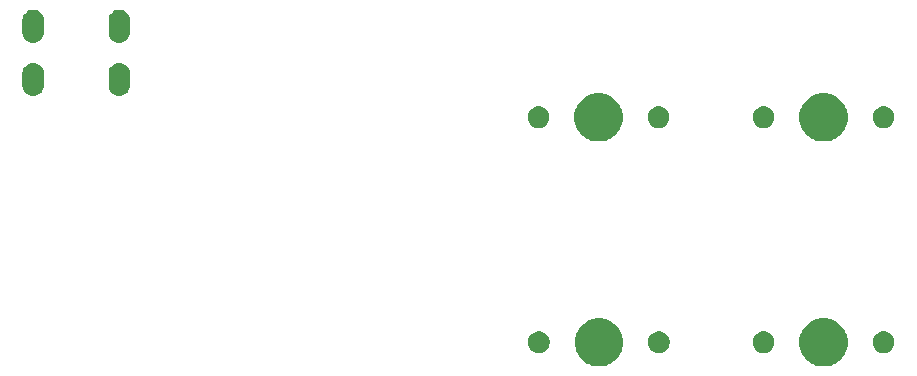
<source format=gbr>
G04 #@! TF.GenerationSoftware,KiCad,Pcbnew,(5.1.4)-1*
G04 #@! TF.CreationDate,2021-05-04T15:53:45+02:00*
G04 #@! TF.ProjectId,techo,74656368-6f2e-46b6-9963-61645f706362,rev?*
G04 #@! TF.SameCoordinates,Original*
G04 #@! TF.FileFunction,Soldermask,Top*
G04 #@! TF.FilePolarity,Negative*
%FSLAX46Y46*%
G04 Gerber Fmt 4.6, Leading zero omitted, Abs format (unit mm)*
G04 Created by KiCad (PCBNEW (5.1.4)-1) date 2021-05-04 15:53:45*
%MOMM*%
%LPD*%
G04 APERTURE LIST*
%ADD10C,0.100000*%
G04 APERTURE END LIST*
D10*
G36*
X107784474Y-58358684D02*
G01*
X108002474Y-58448983D01*
X108156623Y-58512833D01*
X108491548Y-58736623D01*
X108776377Y-59021452D01*
X109000167Y-59356377D01*
X109032562Y-59434586D01*
X109154316Y-59728526D01*
X109232900Y-60123594D01*
X109232900Y-60526406D01*
X109154316Y-60921474D01*
X109103451Y-61044272D01*
X109000167Y-61293623D01*
X108776377Y-61628548D01*
X108491548Y-61913377D01*
X108156623Y-62137167D01*
X108002474Y-62201017D01*
X107784474Y-62291316D01*
X107389406Y-62369900D01*
X106986594Y-62369900D01*
X106591526Y-62291316D01*
X106373526Y-62201017D01*
X106219377Y-62137167D01*
X105884452Y-61913377D01*
X105599623Y-61628548D01*
X105375833Y-61293623D01*
X105272549Y-61044272D01*
X105221684Y-60921474D01*
X105143100Y-60526406D01*
X105143100Y-60123594D01*
X105221684Y-59728526D01*
X105343438Y-59434586D01*
X105375833Y-59356377D01*
X105599623Y-59021452D01*
X105884452Y-58736623D01*
X106219377Y-58512833D01*
X106373526Y-58448983D01*
X106591526Y-58358684D01*
X106986594Y-58280100D01*
X107389406Y-58280100D01*
X107784474Y-58358684D01*
X107784474Y-58358684D01*
G37*
G36*
X126802724Y-58358684D02*
G01*
X127020724Y-58448983D01*
X127174873Y-58512833D01*
X127509798Y-58736623D01*
X127794627Y-59021452D01*
X128018417Y-59356377D01*
X128050812Y-59434586D01*
X128172566Y-59728526D01*
X128251150Y-60123594D01*
X128251150Y-60526406D01*
X128172566Y-60921474D01*
X128121701Y-61044272D01*
X128018417Y-61293623D01*
X127794627Y-61628548D01*
X127509798Y-61913377D01*
X127174873Y-62137167D01*
X127020724Y-62201017D01*
X126802724Y-62291316D01*
X126407656Y-62369900D01*
X126004844Y-62369900D01*
X125609776Y-62291316D01*
X125391776Y-62201017D01*
X125237627Y-62137167D01*
X124902702Y-61913377D01*
X124617873Y-61628548D01*
X124394083Y-61293623D01*
X124290799Y-61044272D01*
X124239934Y-60921474D01*
X124161350Y-60526406D01*
X124161350Y-60123594D01*
X124239934Y-59728526D01*
X124361688Y-59434586D01*
X124394083Y-59356377D01*
X124617873Y-59021452D01*
X124902702Y-58736623D01*
X125237627Y-58512833D01*
X125391776Y-58448983D01*
X125609776Y-58358684D01*
X126004844Y-58280100D01*
X126407656Y-58280100D01*
X126802724Y-58358684D01*
X126802724Y-58358684D01*
G37*
G36*
X131556354Y-59434585D02*
G01*
X131724876Y-59504389D01*
X131876541Y-59605728D01*
X132005522Y-59734709D01*
X132106861Y-59886374D01*
X132176665Y-60054896D01*
X132212250Y-60233797D01*
X132212250Y-60416203D01*
X132176665Y-60595104D01*
X132106861Y-60763626D01*
X132005522Y-60915291D01*
X131876541Y-61044272D01*
X131724876Y-61145611D01*
X131556354Y-61215415D01*
X131377453Y-61251000D01*
X131195047Y-61251000D01*
X131016146Y-61215415D01*
X130847624Y-61145611D01*
X130695959Y-61044272D01*
X130566978Y-60915291D01*
X130465639Y-60763626D01*
X130395835Y-60595104D01*
X130360250Y-60416203D01*
X130360250Y-60233797D01*
X130395835Y-60054896D01*
X130465639Y-59886374D01*
X130566978Y-59734709D01*
X130695959Y-59605728D01*
X130847624Y-59504389D01*
X131016146Y-59434585D01*
X131195047Y-59399000D01*
X131377453Y-59399000D01*
X131556354Y-59434585D01*
X131556354Y-59434585D01*
G37*
G36*
X121396354Y-59434585D02*
G01*
X121564876Y-59504389D01*
X121716541Y-59605728D01*
X121845522Y-59734709D01*
X121946861Y-59886374D01*
X122016665Y-60054896D01*
X122052250Y-60233797D01*
X122052250Y-60416203D01*
X122016665Y-60595104D01*
X121946861Y-60763626D01*
X121845522Y-60915291D01*
X121716541Y-61044272D01*
X121564876Y-61145611D01*
X121396354Y-61215415D01*
X121217453Y-61251000D01*
X121035047Y-61251000D01*
X120856146Y-61215415D01*
X120687624Y-61145611D01*
X120535959Y-61044272D01*
X120406978Y-60915291D01*
X120305639Y-60763626D01*
X120235835Y-60595104D01*
X120200250Y-60416203D01*
X120200250Y-60233797D01*
X120235835Y-60054896D01*
X120305639Y-59886374D01*
X120406978Y-59734709D01*
X120535959Y-59605728D01*
X120687624Y-59504389D01*
X120856146Y-59434585D01*
X121035047Y-59399000D01*
X121217453Y-59399000D01*
X121396354Y-59434585D01*
X121396354Y-59434585D01*
G37*
G36*
X112538104Y-59434585D02*
G01*
X112706626Y-59504389D01*
X112858291Y-59605728D01*
X112987272Y-59734709D01*
X113088611Y-59886374D01*
X113158415Y-60054896D01*
X113194000Y-60233797D01*
X113194000Y-60416203D01*
X113158415Y-60595104D01*
X113088611Y-60763626D01*
X112987272Y-60915291D01*
X112858291Y-61044272D01*
X112706626Y-61145611D01*
X112538104Y-61215415D01*
X112359203Y-61251000D01*
X112176797Y-61251000D01*
X111997896Y-61215415D01*
X111829374Y-61145611D01*
X111677709Y-61044272D01*
X111548728Y-60915291D01*
X111447389Y-60763626D01*
X111377585Y-60595104D01*
X111342000Y-60416203D01*
X111342000Y-60233797D01*
X111377585Y-60054896D01*
X111447389Y-59886374D01*
X111548728Y-59734709D01*
X111677709Y-59605728D01*
X111829374Y-59504389D01*
X111997896Y-59434585D01*
X112176797Y-59399000D01*
X112359203Y-59399000D01*
X112538104Y-59434585D01*
X112538104Y-59434585D01*
G37*
G36*
X102378104Y-59434585D02*
G01*
X102546626Y-59504389D01*
X102698291Y-59605728D01*
X102827272Y-59734709D01*
X102928611Y-59886374D01*
X102998415Y-60054896D01*
X103034000Y-60233797D01*
X103034000Y-60416203D01*
X102998415Y-60595104D01*
X102928611Y-60763626D01*
X102827272Y-60915291D01*
X102698291Y-61044272D01*
X102546626Y-61145611D01*
X102378104Y-61215415D01*
X102199203Y-61251000D01*
X102016797Y-61251000D01*
X101837896Y-61215415D01*
X101669374Y-61145611D01*
X101517709Y-61044272D01*
X101388728Y-60915291D01*
X101287389Y-60763626D01*
X101217585Y-60595104D01*
X101182000Y-60416203D01*
X101182000Y-60233797D01*
X101217585Y-60054896D01*
X101287389Y-59886374D01*
X101388728Y-59734709D01*
X101517709Y-59605728D01*
X101669374Y-59504389D01*
X101837896Y-59434585D01*
X102016797Y-59399000D01*
X102199203Y-59399000D01*
X102378104Y-59434585D01*
X102378104Y-59434585D01*
G37*
G36*
X107752724Y-39308684D02*
G01*
X107964590Y-39396442D01*
X108124873Y-39462833D01*
X108459798Y-39686623D01*
X108744627Y-39971452D01*
X108968417Y-40306377D01*
X109000812Y-40384586D01*
X109122566Y-40678526D01*
X109201150Y-41073594D01*
X109201150Y-41476406D01*
X109122566Y-41871474D01*
X109071701Y-41994272D01*
X108968417Y-42243623D01*
X108744627Y-42578548D01*
X108459798Y-42863377D01*
X108124873Y-43087167D01*
X107970724Y-43151017D01*
X107752724Y-43241316D01*
X107357656Y-43319900D01*
X106954844Y-43319900D01*
X106559776Y-43241316D01*
X106341776Y-43151017D01*
X106187627Y-43087167D01*
X105852702Y-42863377D01*
X105567873Y-42578548D01*
X105344083Y-42243623D01*
X105240799Y-41994272D01*
X105189934Y-41871474D01*
X105111350Y-41476406D01*
X105111350Y-41073594D01*
X105189934Y-40678526D01*
X105311688Y-40384586D01*
X105344083Y-40306377D01*
X105567873Y-39971452D01*
X105852702Y-39686623D01*
X106187627Y-39462833D01*
X106347910Y-39396442D01*
X106559776Y-39308684D01*
X106954844Y-39230100D01*
X107357656Y-39230100D01*
X107752724Y-39308684D01*
X107752724Y-39308684D01*
G37*
G36*
X126802724Y-39308684D02*
G01*
X127014590Y-39396442D01*
X127174873Y-39462833D01*
X127509798Y-39686623D01*
X127794627Y-39971452D01*
X128018417Y-40306377D01*
X128050812Y-40384586D01*
X128172566Y-40678526D01*
X128251150Y-41073594D01*
X128251150Y-41476406D01*
X128172566Y-41871474D01*
X128121701Y-41994272D01*
X128018417Y-42243623D01*
X127794627Y-42578548D01*
X127509798Y-42863377D01*
X127174873Y-43087167D01*
X127020724Y-43151017D01*
X126802724Y-43241316D01*
X126407656Y-43319900D01*
X126004844Y-43319900D01*
X125609776Y-43241316D01*
X125391776Y-43151017D01*
X125237627Y-43087167D01*
X124902702Y-42863377D01*
X124617873Y-42578548D01*
X124394083Y-42243623D01*
X124290799Y-41994272D01*
X124239934Y-41871474D01*
X124161350Y-41476406D01*
X124161350Y-41073594D01*
X124239934Y-40678526D01*
X124361688Y-40384586D01*
X124394083Y-40306377D01*
X124617873Y-39971452D01*
X124902702Y-39686623D01*
X125237627Y-39462833D01*
X125397910Y-39396442D01*
X125609776Y-39308684D01*
X126004844Y-39230100D01*
X126407656Y-39230100D01*
X126802724Y-39308684D01*
X126802724Y-39308684D01*
G37*
G36*
X112506354Y-40384585D02*
G01*
X112674876Y-40454389D01*
X112826541Y-40555728D01*
X112955522Y-40684709D01*
X113056861Y-40836374D01*
X113126665Y-41004896D01*
X113162250Y-41183797D01*
X113162250Y-41366203D01*
X113126665Y-41545104D01*
X113056861Y-41713626D01*
X112955522Y-41865291D01*
X112826541Y-41994272D01*
X112674876Y-42095611D01*
X112506354Y-42165415D01*
X112327453Y-42201000D01*
X112145047Y-42201000D01*
X111966146Y-42165415D01*
X111797624Y-42095611D01*
X111645959Y-41994272D01*
X111516978Y-41865291D01*
X111415639Y-41713626D01*
X111345835Y-41545104D01*
X111310250Y-41366203D01*
X111310250Y-41183797D01*
X111345835Y-41004896D01*
X111415639Y-40836374D01*
X111516978Y-40684709D01*
X111645959Y-40555728D01*
X111797624Y-40454389D01*
X111966146Y-40384585D01*
X112145047Y-40349000D01*
X112327453Y-40349000D01*
X112506354Y-40384585D01*
X112506354Y-40384585D01*
G37*
G36*
X102346354Y-40384585D02*
G01*
X102514876Y-40454389D01*
X102666541Y-40555728D01*
X102795522Y-40684709D01*
X102896861Y-40836374D01*
X102966665Y-41004896D01*
X103002250Y-41183797D01*
X103002250Y-41366203D01*
X102966665Y-41545104D01*
X102896861Y-41713626D01*
X102795522Y-41865291D01*
X102666541Y-41994272D01*
X102514876Y-42095611D01*
X102346354Y-42165415D01*
X102167453Y-42201000D01*
X101985047Y-42201000D01*
X101806146Y-42165415D01*
X101637624Y-42095611D01*
X101485959Y-41994272D01*
X101356978Y-41865291D01*
X101255639Y-41713626D01*
X101185835Y-41545104D01*
X101150250Y-41366203D01*
X101150250Y-41183797D01*
X101185835Y-41004896D01*
X101255639Y-40836374D01*
X101356978Y-40684709D01*
X101485959Y-40555728D01*
X101637624Y-40454389D01*
X101806146Y-40384585D01*
X101985047Y-40349000D01*
X102167453Y-40349000D01*
X102346354Y-40384585D01*
X102346354Y-40384585D01*
G37*
G36*
X121396354Y-40384585D02*
G01*
X121564876Y-40454389D01*
X121716541Y-40555728D01*
X121845522Y-40684709D01*
X121946861Y-40836374D01*
X122016665Y-41004896D01*
X122052250Y-41183797D01*
X122052250Y-41366203D01*
X122016665Y-41545104D01*
X121946861Y-41713626D01*
X121845522Y-41865291D01*
X121716541Y-41994272D01*
X121564876Y-42095611D01*
X121396354Y-42165415D01*
X121217453Y-42201000D01*
X121035047Y-42201000D01*
X120856146Y-42165415D01*
X120687624Y-42095611D01*
X120535959Y-41994272D01*
X120406978Y-41865291D01*
X120305639Y-41713626D01*
X120235835Y-41545104D01*
X120200250Y-41366203D01*
X120200250Y-41183797D01*
X120235835Y-41004896D01*
X120305639Y-40836374D01*
X120406978Y-40684709D01*
X120535959Y-40555728D01*
X120687624Y-40454389D01*
X120856146Y-40384585D01*
X121035047Y-40349000D01*
X121217453Y-40349000D01*
X121396354Y-40384585D01*
X121396354Y-40384585D01*
G37*
G36*
X131556354Y-40384585D02*
G01*
X131724876Y-40454389D01*
X131876541Y-40555728D01*
X132005522Y-40684709D01*
X132106861Y-40836374D01*
X132176665Y-41004896D01*
X132212250Y-41183797D01*
X132212250Y-41366203D01*
X132176665Y-41545104D01*
X132106861Y-41713626D01*
X132005522Y-41865291D01*
X131876541Y-41994272D01*
X131724876Y-42095611D01*
X131556354Y-42165415D01*
X131377453Y-42201000D01*
X131195047Y-42201000D01*
X131016146Y-42165415D01*
X130847624Y-42095611D01*
X130695959Y-41994272D01*
X130566978Y-41865291D01*
X130465639Y-41713626D01*
X130395835Y-41545104D01*
X130360250Y-41366203D01*
X130360250Y-41183797D01*
X130395835Y-41004896D01*
X130465639Y-40836374D01*
X130566978Y-40684709D01*
X130695959Y-40555728D01*
X130847624Y-40454389D01*
X131016146Y-40384585D01*
X131195047Y-40349000D01*
X131377453Y-40349000D01*
X131556354Y-40384585D01*
X131556354Y-40384585D01*
G37*
G36*
X59456627Y-36672037D02*
G01*
X59626466Y-36723557D01*
X59782991Y-36807222D01*
X59818729Y-36836552D01*
X59920186Y-36919814D01*
X60003448Y-37021271D01*
X60032778Y-37057009D01*
X60116443Y-37213534D01*
X60167963Y-37383373D01*
X60181000Y-37515742D01*
X60181000Y-38604258D01*
X60167963Y-38736627D01*
X60116443Y-38906466D01*
X60032778Y-39062991D01*
X60003448Y-39098729D01*
X59920186Y-39200186D01*
X59782989Y-39312779D01*
X59626467Y-39396442D01*
X59626465Y-39396443D01*
X59456626Y-39447963D01*
X59280000Y-39465359D01*
X59103373Y-39447963D01*
X58933534Y-39396443D01*
X58777009Y-39312778D01*
X58741271Y-39283448D01*
X58639814Y-39200186D01*
X58527221Y-39062989D01*
X58443558Y-38906467D01*
X58443557Y-38906465D01*
X58392037Y-38736626D01*
X58379000Y-38604257D01*
X58379001Y-37515742D01*
X58392038Y-37383373D01*
X58443558Y-37213534D01*
X58527223Y-37057009D01*
X58556553Y-37021271D01*
X58639815Y-36919814D01*
X58741272Y-36836552D01*
X58777010Y-36807222D01*
X58933535Y-36723557D01*
X59103374Y-36672037D01*
X59280000Y-36654641D01*
X59456627Y-36672037D01*
X59456627Y-36672037D01*
G37*
G36*
X66756627Y-36672037D02*
G01*
X66926466Y-36723557D01*
X67082991Y-36807222D01*
X67118729Y-36836552D01*
X67220186Y-36919814D01*
X67303448Y-37021271D01*
X67332778Y-37057009D01*
X67416443Y-37213534D01*
X67467963Y-37383373D01*
X67481000Y-37515742D01*
X67481000Y-38604258D01*
X67467963Y-38736627D01*
X67416443Y-38906466D01*
X67332778Y-39062991D01*
X67303448Y-39098729D01*
X67220186Y-39200186D01*
X67082989Y-39312779D01*
X66926467Y-39396442D01*
X66926465Y-39396443D01*
X66756626Y-39447963D01*
X66580000Y-39465359D01*
X66403373Y-39447963D01*
X66233534Y-39396443D01*
X66077009Y-39312778D01*
X66041271Y-39283448D01*
X65939814Y-39200186D01*
X65827221Y-39062989D01*
X65743558Y-38906467D01*
X65743557Y-38906465D01*
X65692037Y-38736626D01*
X65679000Y-38604257D01*
X65679001Y-37515742D01*
X65692038Y-37383373D01*
X65743558Y-37213534D01*
X65827223Y-37057009D01*
X65856553Y-37021271D01*
X65939815Y-36919814D01*
X66041272Y-36836552D01*
X66077010Y-36807222D01*
X66233535Y-36723557D01*
X66403374Y-36672037D01*
X66580000Y-36654641D01*
X66756627Y-36672037D01*
X66756627Y-36672037D01*
G37*
G36*
X59456627Y-32172037D02*
G01*
X59626466Y-32223557D01*
X59782991Y-32307222D01*
X59818729Y-32336552D01*
X59920186Y-32419814D01*
X60003448Y-32521271D01*
X60032778Y-32557009D01*
X60116443Y-32713534D01*
X60167963Y-32883373D01*
X60181000Y-33015742D01*
X60181000Y-34104258D01*
X60167963Y-34236627D01*
X60116443Y-34406466D01*
X60032778Y-34562991D01*
X60003448Y-34598729D01*
X59920186Y-34700186D01*
X59782989Y-34812779D01*
X59626467Y-34896442D01*
X59626465Y-34896443D01*
X59456626Y-34947963D01*
X59280000Y-34965359D01*
X59103373Y-34947963D01*
X58933534Y-34896443D01*
X58777009Y-34812778D01*
X58741271Y-34783448D01*
X58639814Y-34700186D01*
X58527221Y-34562989D01*
X58443558Y-34406467D01*
X58443557Y-34406465D01*
X58392037Y-34236626D01*
X58379000Y-34104257D01*
X58379001Y-33015742D01*
X58392038Y-32883373D01*
X58443558Y-32713534D01*
X58527223Y-32557009D01*
X58556553Y-32521271D01*
X58639815Y-32419814D01*
X58741272Y-32336552D01*
X58777010Y-32307222D01*
X58933535Y-32223557D01*
X59103374Y-32172037D01*
X59280000Y-32154641D01*
X59456627Y-32172037D01*
X59456627Y-32172037D01*
G37*
G36*
X66756627Y-32172037D02*
G01*
X66926466Y-32223557D01*
X67082991Y-32307222D01*
X67118729Y-32336552D01*
X67220186Y-32419814D01*
X67303448Y-32521271D01*
X67332778Y-32557009D01*
X67416443Y-32713534D01*
X67467963Y-32883373D01*
X67481000Y-33015742D01*
X67481000Y-34104258D01*
X67467963Y-34236627D01*
X67416443Y-34406466D01*
X67332778Y-34562991D01*
X67303448Y-34598729D01*
X67220186Y-34700186D01*
X67082989Y-34812779D01*
X66926467Y-34896442D01*
X66926465Y-34896443D01*
X66756626Y-34947963D01*
X66580000Y-34965359D01*
X66403373Y-34947963D01*
X66233534Y-34896443D01*
X66077009Y-34812778D01*
X66041271Y-34783448D01*
X65939814Y-34700186D01*
X65827221Y-34562989D01*
X65743558Y-34406467D01*
X65743557Y-34406465D01*
X65692037Y-34236626D01*
X65679000Y-34104257D01*
X65679001Y-33015742D01*
X65692038Y-32883373D01*
X65743558Y-32713534D01*
X65827223Y-32557009D01*
X65856553Y-32521271D01*
X65939815Y-32419814D01*
X66041272Y-32336552D01*
X66077010Y-32307222D01*
X66233535Y-32223557D01*
X66403374Y-32172037D01*
X66580000Y-32154641D01*
X66756627Y-32172037D01*
X66756627Y-32172037D01*
G37*
M02*

</source>
